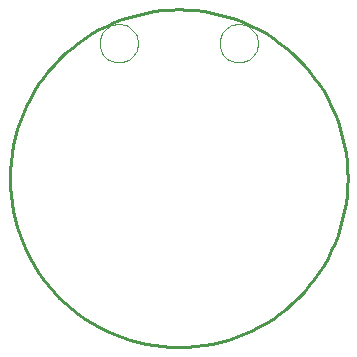
<source format=gko>
G75*
G70*
%OFA0B0*%
%FSLAX24Y24*%
%IPPOS*%
%LPD*%
%AMOC8*
5,1,8,0,0,1.08239X$1,22.5*
%
%ADD10C,0.0100*%
%ADD11C,0.0000*%
D10*
X000150Y005775D02*
X000157Y006051D01*
X000177Y006326D01*
X000211Y006600D01*
X000258Y006872D01*
X000319Y007142D01*
X000392Y007408D01*
X000479Y007670D01*
X000578Y007928D01*
X000690Y008180D01*
X000814Y008427D01*
X000950Y008667D01*
X001098Y008900D01*
X001257Y009126D01*
X001427Y009343D01*
X001607Y009553D01*
X001798Y009752D01*
X001997Y009943D01*
X002207Y010123D01*
X002424Y010293D01*
X002650Y010452D01*
X002883Y010600D01*
X003123Y010736D01*
X003370Y010860D01*
X003622Y010972D01*
X003880Y011071D01*
X004142Y011158D01*
X004408Y011231D01*
X004678Y011292D01*
X004950Y011339D01*
X005224Y011373D01*
X005499Y011393D01*
X005775Y011400D01*
X006051Y011393D01*
X006326Y011373D01*
X006600Y011339D01*
X006872Y011292D01*
X007142Y011231D01*
X007408Y011158D01*
X007670Y011071D01*
X007928Y010972D01*
X008180Y010860D01*
X008427Y010736D01*
X008667Y010600D01*
X008900Y010452D01*
X009126Y010293D01*
X009343Y010123D01*
X009553Y009943D01*
X009752Y009752D01*
X009943Y009553D01*
X010123Y009343D01*
X010293Y009126D01*
X010452Y008900D01*
X010600Y008667D01*
X010736Y008427D01*
X010860Y008180D01*
X010972Y007928D01*
X011071Y007670D01*
X011158Y007408D01*
X011231Y007142D01*
X011292Y006872D01*
X011339Y006600D01*
X011373Y006326D01*
X011393Y006051D01*
X011400Y005775D01*
X011393Y005499D01*
X011373Y005224D01*
X011339Y004950D01*
X011292Y004678D01*
X011231Y004408D01*
X011158Y004142D01*
X011071Y003880D01*
X010972Y003622D01*
X010860Y003370D01*
X010736Y003123D01*
X010600Y002883D01*
X010452Y002650D01*
X010293Y002424D01*
X010123Y002207D01*
X009943Y001997D01*
X009752Y001798D01*
X009553Y001607D01*
X009343Y001427D01*
X009126Y001257D01*
X008900Y001098D01*
X008667Y000950D01*
X008427Y000814D01*
X008180Y000690D01*
X007928Y000578D01*
X007670Y000479D01*
X007408Y000392D01*
X007142Y000319D01*
X006872Y000258D01*
X006600Y000211D01*
X006326Y000177D01*
X006051Y000157D01*
X005775Y000150D01*
X005499Y000157D01*
X005224Y000177D01*
X004950Y000211D01*
X004678Y000258D01*
X004408Y000319D01*
X004142Y000392D01*
X003880Y000479D01*
X003622Y000578D01*
X003370Y000690D01*
X003123Y000814D01*
X002883Y000950D01*
X002650Y001098D01*
X002424Y001257D01*
X002207Y001427D01*
X001997Y001607D01*
X001798Y001798D01*
X001607Y001997D01*
X001427Y002207D01*
X001257Y002424D01*
X001098Y002650D01*
X000950Y002883D01*
X000814Y003123D01*
X000690Y003370D01*
X000578Y003622D01*
X000479Y003880D01*
X000392Y004142D01*
X000319Y004408D01*
X000258Y004678D01*
X000211Y004950D01*
X000177Y005224D01*
X000157Y005499D01*
X000150Y005775D01*
D11*
X003135Y010275D02*
X003137Y010325D01*
X003143Y010375D01*
X003153Y010424D01*
X003166Y010473D01*
X003184Y010520D01*
X003205Y010566D01*
X003229Y010609D01*
X003257Y010651D01*
X003288Y010691D01*
X003322Y010728D01*
X003359Y010762D01*
X003399Y010793D01*
X003441Y010821D01*
X003484Y010845D01*
X003530Y010866D01*
X003577Y010884D01*
X003626Y010897D01*
X003675Y010907D01*
X003725Y010913D01*
X003775Y010915D01*
X003825Y010913D01*
X003875Y010907D01*
X003924Y010897D01*
X003973Y010884D01*
X004020Y010866D01*
X004066Y010845D01*
X004109Y010821D01*
X004151Y010793D01*
X004191Y010762D01*
X004228Y010728D01*
X004262Y010691D01*
X004293Y010651D01*
X004321Y010609D01*
X004345Y010566D01*
X004366Y010520D01*
X004384Y010473D01*
X004397Y010424D01*
X004407Y010375D01*
X004413Y010325D01*
X004415Y010275D01*
X004413Y010225D01*
X004407Y010175D01*
X004397Y010126D01*
X004384Y010077D01*
X004366Y010030D01*
X004345Y009984D01*
X004321Y009941D01*
X004293Y009899D01*
X004262Y009859D01*
X004228Y009822D01*
X004191Y009788D01*
X004151Y009757D01*
X004109Y009729D01*
X004066Y009705D01*
X004020Y009684D01*
X003973Y009666D01*
X003924Y009653D01*
X003875Y009643D01*
X003825Y009637D01*
X003775Y009635D01*
X003725Y009637D01*
X003675Y009643D01*
X003626Y009653D01*
X003577Y009666D01*
X003530Y009684D01*
X003484Y009705D01*
X003441Y009729D01*
X003399Y009757D01*
X003359Y009788D01*
X003322Y009822D01*
X003288Y009859D01*
X003257Y009899D01*
X003229Y009941D01*
X003205Y009984D01*
X003184Y010030D01*
X003166Y010077D01*
X003153Y010126D01*
X003143Y010175D01*
X003137Y010225D01*
X003135Y010275D01*
X007135Y010275D02*
X007137Y010325D01*
X007143Y010375D01*
X007153Y010424D01*
X007166Y010473D01*
X007184Y010520D01*
X007205Y010566D01*
X007229Y010609D01*
X007257Y010651D01*
X007288Y010691D01*
X007322Y010728D01*
X007359Y010762D01*
X007399Y010793D01*
X007441Y010821D01*
X007484Y010845D01*
X007530Y010866D01*
X007577Y010884D01*
X007626Y010897D01*
X007675Y010907D01*
X007725Y010913D01*
X007775Y010915D01*
X007825Y010913D01*
X007875Y010907D01*
X007924Y010897D01*
X007973Y010884D01*
X008020Y010866D01*
X008066Y010845D01*
X008109Y010821D01*
X008151Y010793D01*
X008191Y010762D01*
X008228Y010728D01*
X008262Y010691D01*
X008293Y010651D01*
X008321Y010609D01*
X008345Y010566D01*
X008366Y010520D01*
X008384Y010473D01*
X008397Y010424D01*
X008407Y010375D01*
X008413Y010325D01*
X008415Y010275D01*
X008413Y010225D01*
X008407Y010175D01*
X008397Y010126D01*
X008384Y010077D01*
X008366Y010030D01*
X008345Y009984D01*
X008321Y009941D01*
X008293Y009899D01*
X008262Y009859D01*
X008228Y009822D01*
X008191Y009788D01*
X008151Y009757D01*
X008109Y009729D01*
X008066Y009705D01*
X008020Y009684D01*
X007973Y009666D01*
X007924Y009653D01*
X007875Y009643D01*
X007825Y009637D01*
X007775Y009635D01*
X007725Y009637D01*
X007675Y009643D01*
X007626Y009653D01*
X007577Y009666D01*
X007530Y009684D01*
X007484Y009705D01*
X007441Y009729D01*
X007399Y009757D01*
X007359Y009788D01*
X007322Y009822D01*
X007288Y009859D01*
X007257Y009899D01*
X007229Y009941D01*
X007205Y009984D01*
X007184Y010030D01*
X007166Y010077D01*
X007153Y010126D01*
X007143Y010175D01*
X007137Y010225D01*
X007135Y010275D01*
M02*

</source>
